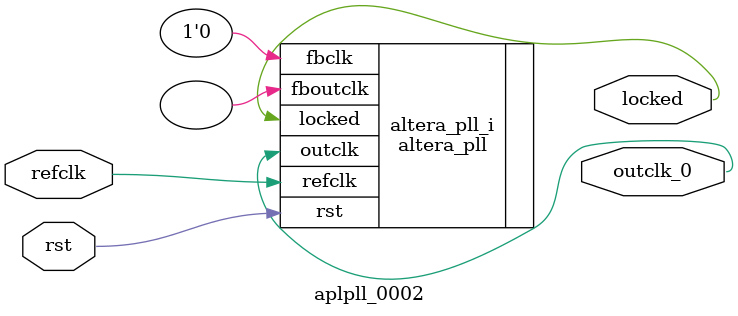
<source format=v>
`timescale 1ns/10ps
module  aplpll_0002(

	// interface 'refclk'
	input wire refclk,

	// interface 'reset'
	input wire rst,

	// interface 'outclk0'
	output wire outclk_0,

	// interface 'locked'
	output wire locked
);

	altera_pll #(
		.fractional_vco_multiplier("false"),
		.reference_clock_frequency("50.0 MHz"),
		.operation_mode("normal"),
		.number_of_clocks(1),
		.output_clock_frequency0("106.500000 MHz"),
		.phase_shift0("0 ps"),
		.duty_cycle0(50),
		.output_clock_frequency1("0 MHz"),
		.phase_shift1("0 ps"),
		.duty_cycle1(50),
		.output_clock_frequency2("0 MHz"),
		.phase_shift2("0 ps"),
		.duty_cycle2(50),
		.output_clock_frequency3("0 MHz"),
		.phase_shift3("0 ps"),
		.duty_cycle3(50),
		.output_clock_frequency4("0 MHz"),
		.phase_shift4("0 ps"),
		.duty_cycle4(50),
		.output_clock_frequency5("0 MHz"),
		.phase_shift5("0 ps"),
		.duty_cycle5(50),
		.output_clock_frequency6("0 MHz"),
		.phase_shift6("0 ps"),
		.duty_cycle6(50),
		.output_clock_frequency7("0 MHz"),
		.phase_shift7("0 ps"),
		.duty_cycle7(50),
		.output_clock_frequency8("0 MHz"),
		.phase_shift8("0 ps"),
		.duty_cycle8(50),
		.output_clock_frequency9("0 MHz"),
		.phase_shift9("0 ps"),
		.duty_cycle9(50),
		.output_clock_frequency10("0 MHz"),
		.phase_shift10("0 ps"),
		.duty_cycle10(50),
		.output_clock_frequency11("0 MHz"),
		.phase_shift11("0 ps"),
		.duty_cycle11(50),
		.output_clock_frequency12("0 MHz"),
		.phase_shift12("0 ps"),
		.duty_cycle12(50),
		.output_clock_frequency13("0 MHz"),
		.phase_shift13("0 ps"),
		.duty_cycle13(50),
		.output_clock_frequency14("0 MHz"),
		.phase_shift14("0 ps"),
		.duty_cycle14(50),
		.output_clock_frequency15("0 MHz"),
		.phase_shift15("0 ps"),
		.duty_cycle15(50),
		.output_clock_frequency16("0 MHz"),
		.phase_shift16("0 ps"),
		.duty_cycle16(50),
		.output_clock_frequency17("0 MHz"),
		.phase_shift17("0 ps"),
		.duty_cycle17(50),
		.pll_type("General"),
		.pll_subtype("General")
	) altera_pll_i (
		.rst	(rst),
		.outclk	({outclk_0}),
		.locked	(locked),
		.fboutclk	( ),
		.fbclk	(1'b0),
		.refclk	(refclk)
	);
endmodule


</source>
